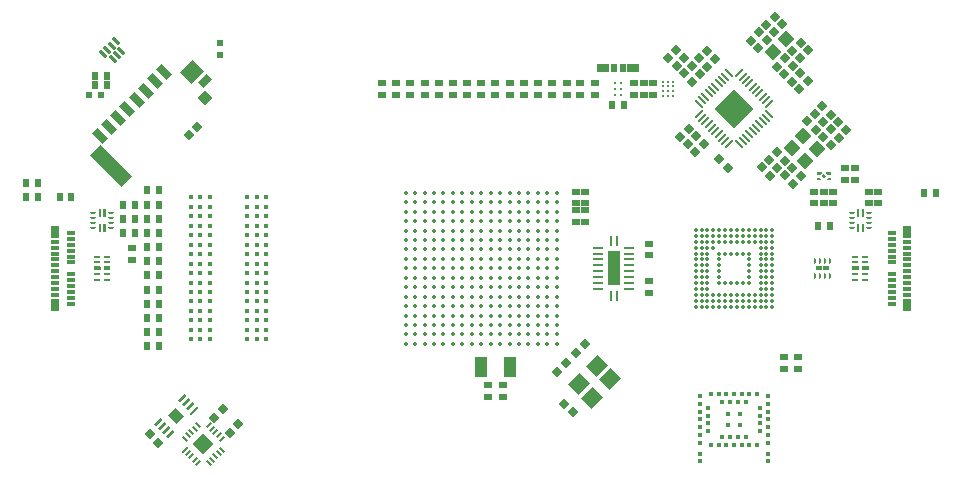
<source format=gbr>
%TF.GenerationSoftware,Altium Limited,Altium Designer,23.1.1 (15)*%
G04 Layer_Color=8421504*
%FSLAX45Y45*%
%MOMM*%
%TF.SameCoordinates,3FBC52AE-4862-4018-B763-16E4B67C7164*%
%TF.FilePolarity,Positive*%
%TF.FileFunction,Paste,Top*%
%TF.Part,Single*%
G01*
G75*
%TA.AperFunction,SMDPad,CuDef*%
G04:AMPARAMS|DCode=11|XSize=0.64008mm|YSize=0.6mm|CornerRadius=0mm|HoleSize=0mm|Usage=FLASHONLY|Rotation=225.000|XOffset=0mm|YOffset=0mm|HoleType=Round|Shape=Rectangle|*
%AMROTATEDRECTD11*
4,1,4,0.01417,0.43843,0.43843,0.01417,-0.01417,-0.43843,-0.43843,-0.01417,0.01417,0.43843,0.0*
%
%ADD11ROTATEDRECTD11*%

G04:AMPARAMS|DCode=12|XSize=0.64008mm|YSize=0.6mm|CornerRadius=0mm|HoleSize=0mm|Usage=FLASHONLY|Rotation=315.000|XOffset=0mm|YOffset=0mm|HoleType=Round|Shape=Rectangle|*
%AMROTATEDRECTD12*
4,1,4,-0.43843,0.01417,-0.01417,0.43843,0.43843,-0.01417,0.01417,-0.43843,-0.43843,0.01417,0.0*
%
%ADD12ROTATEDRECTD12*%

%ADD13P,1.41421X4X90.0*%
%ADD14P,1.41421X4X180.0*%
%TA.AperFunction,ConnectorPad*%
%ADD15R,0.70000X1.00000*%
%ADD16R,0.70000X0.30000*%
%TA.AperFunction,SMDPad,CuDef*%
%ADD17R,0.70000X1.00000*%
%ADD18R,0.70000X0.30000*%
%TA.AperFunction,BGAPad,CuDef*%
%ADD19R,0.35000X0.35000*%
%TA.AperFunction,SMDPad,CuDef*%
%ADD20R,0.42000X0.42000*%
%ADD21R,0.24000X0.90000*%
%ADD22R,1.00000X2.90000*%
%ADD23R,0.90000X0.24000*%
%TA.AperFunction,BGAPad,CuDef*%
%ADD24C,0.41000*%
%ADD25C,0.35000*%
%TA.AperFunction,SMDPad,CuDef*%
G04:AMPARAMS|DCode=27|XSize=0.86107mm|YSize=0.23928mm|CornerRadius=0.11964mm|HoleSize=0mm|Usage=FLASHONLY|Rotation=225.000|XOffset=0mm|YOffset=0mm|HoleType=Round|Shape=RoundedRectangle|*
%AMROUNDEDRECTD27*
21,1,0.86107,0.00000,0,0,225.0*
21,1,0.62178,0.23928,0,0,225.0*
1,1,0.23928,-0.21983,-0.21983*
1,1,0.23928,0.21983,0.21983*
1,1,0.23928,0.21983,0.21983*
1,1,0.23928,-0.21983,-0.21983*
%
%ADD27ROUNDEDRECTD27*%
G04:AMPARAMS|DCode=28|XSize=0.86107mm|YSize=0.23928mm|CornerRadius=0mm|HoleSize=0mm|Usage=FLASHONLY|Rotation=225.000|XOffset=0mm|YOffset=0mm|HoleType=Round|Shape=Rectangle|*
%AMROTATEDRECTD28*
4,1,4,0.21983,0.38903,0.38903,0.21983,-0.21983,-0.38903,-0.38903,-0.21983,0.21983,0.38903,0.0*
%
%ADD28ROTATEDRECTD28*%

%ADD29R,0.60000X0.50000*%
%ADD30R,0.50000X0.60000*%
G04:AMPARAMS|DCode=33|XSize=1.2mm|YSize=1.4mm|CornerRadius=0mm|HoleSize=0mm|Usage=FLASHONLY|Rotation=135.000|XOffset=0mm|YOffset=0mm|HoleType=Round|Shape=Rectangle|*
%AMROTATEDRECTD33*
4,1,4,0.91924,0.07071,-0.07071,-0.91924,-0.91924,-0.07071,0.07071,0.91924,0.91924,0.07071,0.0*
%
%ADD33ROTATEDRECTD33*%

%ADD34R,0.64008X0.60000*%
%TA.AperFunction,BGAPad,CuDef*%
%ADD35C,0.25500*%
%ADD36C,0.22100*%
%TA.AperFunction,SMDPad,CuDef*%
%ADD37R,0.60000X0.64008*%
G04:AMPARAMS|DCode=38|XSize=0.2mm|YSize=0.5mm|CornerRadius=0.05mm|HoleSize=0mm|Usage=FLASHONLY|Rotation=0.000|XOffset=0mm|YOffset=0mm|HoleType=Round|Shape=RoundedRectangle|*
%AMROUNDEDRECTD38*
21,1,0.20000,0.40000,0,0,0.0*
21,1,0.10000,0.50000,0,0,0.0*
1,1,0.10000,0.05000,-0.20000*
1,1,0.10000,-0.05000,-0.20000*
1,1,0.10000,-0.05000,0.20000*
1,1,0.10000,0.05000,0.20000*
%
%ADD38ROUNDEDRECTD38*%
G04:AMPARAMS|DCode=40|XSize=0.565mm|YSize=0.2mm|CornerRadius=0.025mm|HoleSize=0mm|Usage=FLASHONLY|Rotation=180.000|XOffset=0mm|YOffset=0mm|HoleType=Round|Shape=RoundedRectangle|*
%AMROUNDEDRECTD40*
21,1,0.56500,0.15000,0,0,180.0*
21,1,0.51500,0.20000,0,0,180.0*
1,1,0.05000,-0.25750,0.07500*
1,1,0.05000,0.25750,0.07500*
1,1,0.05000,0.25750,-0.07500*
1,1,0.05000,-0.25750,-0.07500*
%
%ADD40ROUNDEDRECTD40*%
G04:AMPARAMS|DCode=43|XSize=0.84mm|YSize=0.22mm|CornerRadius=0.0275mm|HoleSize=0mm|Usage=FLASHONLY|Rotation=45.000|XOffset=0mm|YOffset=0mm|HoleType=Round|Shape=RoundedRectangle|*
%AMROUNDEDRECTD43*
21,1,0.84000,0.16500,0,0,45.0*
21,1,0.78500,0.22000,0,0,45.0*
1,1,0.05500,0.33588,0.21920*
1,1,0.05500,-0.21920,-0.33588*
1,1,0.05500,-0.33588,-0.21920*
1,1,0.05500,0.21920,0.33588*
%
%ADD43ROUNDEDRECTD43*%
G04:AMPARAMS|DCode=44|XSize=0.84mm|YSize=0.22mm|CornerRadius=0.0275mm|HoleSize=0mm|Usage=FLASHONLY|Rotation=135.000|XOffset=0mm|YOffset=0mm|HoleType=Round|Shape=RoundedRectangle|*
%AMROUNDEDRECTD44*
21,1,0.84000,0.16500,0,0,135.0*
21,1,0.78500,0.22000,0,0,135.0*
1,1,0.05500,-0.21920,0.33588*
1,1,0.05500,0.33588,-0.21920*
1,1,0.05500,0.21920,-0.33588*
1,1,0.05500,-0.33588,0.21920*
%
%ADD44ROUNDEDRECTD44*%
G04:AMPARAMS|DCode=45|XSize=0.19247mm|YSize=0.63107mm|CornerRadius=0.09624mm|HoleSize=0mm|Usage=FLASHONLY|Rotation=45.000|XOffset=0mm|YOffset=0mm|HoleType=Round|Shape=RoundedRectangle|*
%AMROUNDEDRECTD45*
21,1,0.19247,0.43859,0,0,45.0*
21,1,0.00000,0.63107,0,0,45.0*
1,1,0.19247,0.15507,-0.15506*
1,1,0.19247,0.15506,-0.15507*
1,1,0.19247,-0.15507,0.15506*
1,1,0.19247,-0.15506,0.15507*
%
%ADD45ROUNDEDRECTD45*%
G04:AMPARAMS|DCode=46|XSize=0.63107mm|YSize=0.19247mm|CornerRadius=0.09624mm|HoleSize=0mm|Usage=FLASHONLY|Rotation=45.000|XOffset=0mm|YOffset=0mm|HoleType=Round|Shape=RoundedRectangle|*
%AMROUNDEDRECTD46*
21,1,0.63107,0.00000,0,0,45.0*
21,1,0.43859,0.19247,0,0,45.0*
1,1,0.19247,0.15507,0.15506*
1,1,0.19247,-0.15506,-0.15507*
1,1,0.19247,-0.15507,-0.15506*
1,1,0.19247,0.15506,0.15507*
%
%ADD46ROUNDEDRECTD46*%
G04:AMPARAMS|DCode=47|XSize=0.63107mm|YSize=0.19247mm|CornerRadius=0mm|HoleSize=0mm|Usage=FLASHONLY|Rotation=45.000|XOffset=0mm|YOffset=0mm|HoleType=Round|Shape=Rectangle|*
%AMROTATEDRECTD47*
4,1,4,-0.15506,-0.29117,-0.29117,-0.15506,0.15506,0.29117,0.29117,0.15506,-0.15506,-0.29117,0.0*
%
%ADD47ROTATEDRECTD47*%

G04:AMPARAMS|DCode=49|XSize=0.95mm|YSize=0.85mm|CornerRadius=0mm|HoleSize=0mm|Usage=FLASHONLY|Rotation=45.000|XOffset=0mm|YOffset=0mm|HoleType=Round|Shape=Rectangle|*
%AMROTATEDRECTD49*
4,1,4,-0.03535,-0.63640,-0.63640,-0.03535,0.03535,0.63640,0.63640,0.03535,-0.03535,-0.63640,0.0*
%
%ADD49ROTATEDRECTD49*%

G04:AMPARAMS|DCode=50|XSize=1mm|YSize=0.6mm|CornerRadius=0mm|HoleSize=0mm|Usage=FLASHONLY|Rotation=45.000|XOffset=0mm|YOffset=0mm|HoleType=Round|Shape=Rectangle|*
%AMROTATEDRECTD50*
4,1,4,-0.14142,-0.56569,-0.56569,-0.14142,0.14142,0.56569,0.56569,0.14142,-0.14142,-0.56569,0.0*
%
%ADD50ROTATEDRECTD50*%

G04:AMPARAMS|DCode=51|XSize=1.45mm|YSize=1.4mm|CornerRadius=0mm|HoleSize=0mm|Usage=FLASHONLY|Rotation=45.000|XOffset=0mm|YOffset=0mm|HoleType=Round|Shape=Rectangle|*
%AMROTATEDRECTD51*
4,1,4,-0.01768,-1.00763,-1.00763,-0.01768,0.01768,1.00763,1.00763,0.01768,-0.01768,-1.00763,0.0*
%
%ADD51ROTATEDRECTD51*%

G04:AMPARAMS|DCode=52|XSize=1.2mm|YSize=3.79mm|CornerRadius=0mm|HoleSize=0mm|Usage=FLASHONLY|Rotation=45.000|XOffset=0mm|YOffset=0mm|HoleType=Round|Shape=Rectangle|*
%AMROTATEDRECTD52*
4,1,4,0.91570,-1.76423,-1.76423,0.91570,-0.91570,1.76423,1.76423,-0.91570,0.91570,-1.76423,0.0*
%
%ADD52ROTATEDRECTD52*%

G04:AMPARAMS|DCode=53|XSize=0.6mm|YSize=1.25mm|CornerRadius=0mm|HoleSize=0mm|Usage=FLASHONLY|Rotation=225.000|XOffset=0mm|YOffset=0mm|HoleType=Round|Shape=Rectangle|*
%AMROTATEDRECTD53*
4,1,4,-0.22981,0.65407,0.65407,-0.22981,0.22981,-0.65407,-0.65407,0.22981,-0.22981,0.65407,0.0*
%
%ADD53ROTATEDRECTD53*%

G04:AMPARAMS|DCode=54|XSize=0.74mm|YSize=0.26mm|CornerRadius=0mm|HoleSize=0mm|Usage=FLASHONLY|Rotation=315.000|XOffset=0mm|YOffset=0mm|HoleType=Round|Shape=Rectangle|*
%AMROTATEDRECTD54*
4,1,4,-0.35356,0.16971,-0.16971,0.35356,0.35356,-0.16971,0.16971,-0.35356,-0.35356,0.16971,0.0*
%
%ADD54ROTATEDRECTD54*%

%ADD55R,1.00000X1.80000*%
%ADD56R,1.05000X0.70000*%
%ADD57R,0.52000X0.70000*%
G04:AMPARAMS|DCode=58|XSize=0.5mm|YSize=0.2mm|CornerRadius=0.05mm|HoleSize=0mm|Usage=FLASHONLY|Rotation=180.000|XOffset=0mm|YOffset=0mm|HoleType=Round|Shape=RoundedRectangle|*
%AMROUNDEDRECTD58*
21,1,0.50000,0.10000,0,0,180.0*
21,1,0.40000,0.20000,0,0,180.0*
1,1,0.10000,-0.20000,0.05000*
1,1,0.10000,0.20000,0.05000*
1,1,0.10000,0.20000,-0.05000*
1,1,0.10000,-0.20000,-0.05000*
%
%ADD58ROUNDEDRECTD58*%
%TA.AperFunction,NonConductor*%
G04:AMPARAMS|DCode=99|XSize=0.85184mm|YSize=1.05184mm|CornerRadius=0mm|HoleSize=0mm|Usage=FLASHONLY|Rotation=225.000|XOffset=0mm|YOffset=0mm|HoleType=Round|Shape=Rectangle|*
%AMROTATEDRECTD99*
4,1,4,-0.07071,0.67305,0.67305,-0.07071,0.07071,-0.67305,-0.67305,0.07071,-0.07071,0.67305,0.0*
%
%ADD99ROTATEDRECTD99*%

%ADD100P,0.33941X4X180.0*%
%ADD101R,0.50000X0.30000*%
%ADD102P,1.74413X4X90.0*%
%TA.AperFunction,SMDPad,CuDef*%
%ADD103P,3.30926X4X90.0*%
G36*
X9702362Y6049097D02*
X9686362Y6033097D01*
X9665361D01*
X9664367Y6033097D01*
X9662529Y6033858D01*
X9661123Y6035265D01*
X9660361Y6037102D01*
Y6038097D01*
X9660362D01*
Y6050097D01*
Y6051092D01*
X9661123Y6052929D01*
X9662529Y6054336D01*
X9664367Y6055097D01*
X9665361D01*
X9665362Y6055097D01*
X9702362D01*
Y6049097D01*
D02*
G37*
G36*
X9702366Y5991094D02*
Y5985094D01*
X9665366Y5985094D01*
X9664371D01*
X9662533Y5985855D01*
X9661127Y5987262D01*
X9660366Y5989099D01*
Y5990094D01*
Y6002094D01*
X9660365D01*
Y6003089D01*
X9661127Y6004926D01*
X9662533Y6006333D01*
X9664371Y6007094D01*
X9665365Y6007094D01*
X9686366Y6007094D01*
X9702366Y5991094D01*
D02*
G37*
G36*
X3637830Y5742736D02*
X3639237Y5741330D01*
X3639998Y5739492D01*
Y5738498D01*
Y5681498D01*
Y5680503D01*
X3639237Y5678665D01*
X3637830Y5677259D01*
X3635992Y5676498D01*
X3624003D01*
X3622165Y5677259D01*
X3620759Y5678665D01*
X3619998Y5680503D01*
Y5681498D01*
Y5738498D01*
Y5739492D01*
X3620759Y5741330D01*
X3622165Y5742736D01*
X3624003Y5743498D01*
X3635992D01*
X3637830Y5742736D01*
D02*
G37*
G36*
X3597830D02*
X3599237Y5741330D01*
X3599998Y5739492D01*
Y5738498D01*
Y5681498D01*
Y5680503D01*
X3599237Y5678665D01*
X3597830Y5677259D01*
X3595992Y5676498D01*
X3584003D01*
X3582166Y5677259D01*
X3580759Y5678665D01*
X3579998Y5680503D01*
Y5681498D01*
Y5738498D01*
Y5739492D01*
X3580759Y5741330D01*
X3582166Y5742736D01*
X3584003Y5743498D01*
X3595992D01*
X3597830Y5742736D01*
D02*
G37*
G36*
X3637830Y5612736D02*
X3639237Y5611330D01*
X3639998Y5609492D01*
Y5608498D01*
Y5551498D01*
Y5550503D01*
X3639237Y5548665D01*
X3637830Y5547259D01*
X3635992Y5546498D01*
X3624003D01*
X3622165Y5547259D01*
X3620759Y5548665D01*
X3619998Y5550503D01*
Y5551498D01*
Y5608498D01*
Y5609492D01*
X3620759Y5611330D01*
X3622165Y5612736D01*
X3624003Y5613498D01*
X3635992D01*
X3637830Y5612736D01*
D02*
G37*
G36*
X3597830D02*
X3599237Y5611330D01*
X3599998Y5609492D01*
Y5608498D01*
Y5551498D01*
Y5550503D01*
X3599237Y5548665D01*
X3597830Y5547259D01*
X3595992Y5546498D01*
X3584003D01*
X3582166Y5547259D01*
X3580759Y5548665D01*
X3579998Y5550503D01*
Y5551498D01*
Y5608498D01*
Y5609492D01*
X3580759Y5611330D01*
X3582166Y5612736D01*
X3584003Y5613498D01*
X3595992D01*
X3597830Y5612736D01*
D02*
G37*
G36*
X3675798Y5257900D02*
X3675998D01*
X3676298Y5257800D01*
X3676498D01*
X3676798Y5257700D01*
X3676998Y5257600D01*
X3677298Y5257500D01*
X3677498Y5257300D01*
X3677698Y5257200D01*
X3677898Y5257000D01*
X3678098Y5256900D01*
X3678298Y5256700D01*
X3678498Y5256500D01*
X3678698Y5256300D01*
X3678898Y5256100D01*
X3678998Y5255900D01*
X3679198Y5255700D01*
X3679298Y5255500D01*
X3679498Y5255300D01*
X3679598Y5255000D01*
X3679698Y5254800D01*
X3679798Y5254500D01*
Y5254300D01*
X3679898Y5254000D01*
Y5253800D01*
X3679998Y5253500D01*
Y5253300D01*
Y5253000D01*
Y5227000D01*
Y5226700D01*
Y5226500D01*
X3679898Y5226200D01*
Y5226000D01*
X3679798Y5225700D01*
Y5225500D01*
X3679698Y5225200D01*
X3679598Y5225000D01*
X3679498Y5224700D01*
X3679298Y5224500D01*
X3679198Y5224300D01*
X3678998Y5224100D01*
X3678898Y5223900D01*
X3678698Y5223700D01*
X3678498Y5223500D01*
X3678298Y5223300D01*
X3678098Y5223100D01*
X3677898Y5223000D01*
X3677698Y5222800D01*
X3677498Y5222700D01*
X3677298Y5222500D01*
X3676998Y5222400D01*
X3676798Y5222300D01*
X3676498Y5222200D01*
X3676298D01*
X3675998Y5222100D01*
X3675798D01*
X3675498Y5222000D01*
X3627998D01*
X3627698Y5222100D01*
X3627498D01*
X3627198Y5222200D01*
X3626998D01*
X3626698Y5222300D01*
X3626498Y5222400D01*
X3626198Y5222500D01*
X3625998Y5222700D01*
X3625798Y5222800D01*
X3625598Y5223000D01*
X3625398Y5223100D01*
X3625198Y5223300D01*
X3624998Y5223500D01*
X3624798Y5223700D01*
X3624598Y5223900D01*
X3624498Y5224100D01*
X3624298Y5224300D01*
X3624198Y5224500D01*
X3623998Y5224700D01*
X3623898Y5225000D01*
X3623798Y5225200D01*
X3623698Y5225500D01*
Y5225700D01*
X3623598Y5226000D01*
Y5226200D01*
X3623498Y5226500D01*
Y5226700D01*
Y5227000D01*
Y5253000D01*
Y5253300D01*
Y5253500D01*
X3623598Y5253800D01*
Y5254000D01*
X3623698Y5254300D01*
Y5254500D01*
X3623798Y5254800D01*
X3623898Y5255000D01*
X3623998Y5255300D01*
X3624198Y5255500D01*
X3624298Y5255700D01*
X3624498Y5255900D01*
X3624598Y5256100D01*
X3624798Y5256300D01*
X3624998Y5256500D01*
X3625198Y5256700D01*
X3625398Y5256900D01*
X3625598Y5257000D01*
X3625798Y5257200D01*
X3625998Y5257300D01*
X3626198Y5257500D01*
X3626498Y5257600D01*
X3626698Y5257700D01*
X3626998Y5257800D01*
X3627198D01*
X3627498Y5257900D01*
X3627698D01*
X3627998Y5258000D01*
X3675498D01*
X3675798Y5257900D01*
D02*
G37*
G36*
X3592298D02*
X3592498D01*
X3592798Y5257800D01*
X3592998D01*
X3593298Y5257700D01*
X3593498Y5257600D01*
X3593798Y5257500D01*
X3593998Y5257300D01*
X3594198Y5257200D01*
X3594398Y5257000D01*
X3594598Y5256900D01*
X3594798Y5256700D01*
X3594998Y5256500D01*
X3595198Y5256300D01*
X3595398Y5256100D01*
X3595498Y5255900D01*
X3595698Y5255700D01*
X3595798Y5255500D01*
X3595998Y5255300D01*
X3596098Y5255000D01*
X3596198Y5254800D01*
X3596298Y5254500D01*
Y5254300D01*
X3596398Y5254000D01*
Y5253800D01*
X3596498Y5253500D01*
Y5253300D01*
Y5253000D01*
Y5227000D01*
Y5226700D01*
Y5226500D01*
X3596398Y5226200D01*
Y5226000D01*
X3596298Y5225700D01*
Y5225500D01*
X3596198Y5225200D01*
X3596098Y5225000D01*
X3595998Y5224700D01*
X3595798Y5224500D01*
X3595698Y5224300D01*
X3595498Y5224100D01*
X3595398Y5223900D01*
X3595198Y5223700D01*
X3594998Y5223500D01*
X3594798Y5223300D01*
X3594598Y5223100D01*
X3594398Y5223000D01*
X3594198Y5222800D01*
X3593998Y5222700D01*
X3593798Y5222500D01*
X3593498Y5222400D01*
X3593298Y5222300D01*
X3592998Y5222200D01*
X3592798D01*
X3592498Y5222100D01*
X3592298D01*
X3591998Y5222000D01*
X3544498D01*
X3544198Y5222100D01*
X3543998D01*
X3543698Y5222200D01*
X3543498D01*
X3543198Y5222300D01*
X3542998Y5222400D01*
X3542698Y5222500D01*
X3542498Y5222700D01*
X3542298Y5222800D01*
X3542098Y5223000D01*
X3541898Y5223100D01*
X3541698Y5223300D01*
X3541498Y5223500D01*
X3541298Y5223700D01*
X3541098Y5223900D01*
X3540998Y5224100D01*
X3540798Y5224300D01*
X3540698Y5224500D01*
X3540498Y5224700D01*
X3540398Y5225000D01*
X3540298Y5225200D01*
X3540198Y5225500D01*
Y5225700D01*
X3540098Y5226000D01*
Y5226200D01*
X3539998Y5226500D01*
Y5226700D01*
Y5227000D01*
Y5253000D01*
Y5253300D01*
Y5253500D01*
X3540098Y5253800D01*
Y5254000D01*
X3540198Y5254300D01*
Y5254500D01*
X3540298Y5254800D01*
X3540398Y5255000D01*
X3540498Y5255300D01*
X3540698Y5255500D01*
X3540798Y5255700D01*
X3540998Y5255900D01*
X3541098Y5256100D01*
X3541298Y5256300D01*
X3541498Y5256500D01*
X3541698Y5256700D01*
X3541898Y5256900D01*
X3542098Y5257000D01*
X3542298Y5257200D01*
X3542498Y5257300D01*
X3542698Y5257500D01*
X3542998Y5257600D01*
X3543198Y5257700D01*
X3543498Y5257800D01*
X3543698D01*
X3543998Y5257900D01*
X3544198D01*
X3544498Y5258000D01*
X3591998D01*
X3592298Y5257900D01*
D02*
G37*
G36*
X9964200Y5222100D02*
X9964000D01*
X9963700Y5222200D01*
X9963500D01*
X9963200Y5222300D01*
X9963000Y5222400D01*
X9962700Y5222500D01*
X9962500Y5222700D01*
X9962300Y5222800D01*
X9962100Y5223000D01*
X9961900Y5223100D01*
X9961700Y5223300D01*
X9961500Y5223500D01*
X9961300Y5223700D01*
X9961100Y5223900D01*
X9961000Y5224100D01*
X9960800Y5224300D01*
X9960700Y5224500D01*
X9960500Y5224700D01*
X9960400Y5225000D01*
X9960300Y5225200D01*
X9960200Y5225500D01*
Y5225700D01*
X9960100Y5226000D01*
Y5226200D01*
X9960000Y5226500D01*
Y5226700D01*
Y5227000D01*
Y5253000D01*
Y5253300D01*
Y5253500D01*
X9960100Y5253800D01*
Y5254000D01*
X9960200Y5254300D01*
Y5254500D01*
X9960300Y5254800D01*
X9960400Y5255000D01*
X9960500Y5255300D01*
X9960700Y5255500D01*
X9960800Y5255700D01*
X9961000Y5255900D01*
X9961100Y5256100D01*
X9961300Y5256300D01*
X9961500Y5256500D01*
X9961700Y5256700D01*
X9961900Y5256900D01*
X9962100Y5257000D01*
X9962300Y5257200D01*
X9962500Y5257300D01*
X9962700Y5257500D01*
X9963000Y5257600D01*
X9963200Y5257700D01*
X9963500Y5257800D01*
X9963700D01*
X9964000Y5257900D01*
X9964200D01*
X9964500Y5258000D01*
X10012000D01*
X10012300Y5257900D01*
X10012500D01*
X10012800Y5257800D01*
X10013000D01*
X10013300Y5257700D01*
X10013500Y5257600D01*
X10013800Y5257500D01*
X10014000Y5257300D01*
X10014200Y5257200D01*
X10014400Y5257000D01*
X10014600Y5256900D01*
X10014800Y5256700D01*
X10015000Y5256500D01*
X10015200Y5256300D01*
X10015400Y5256100D01*
X10015500Y5255900D01*
X10015700Y5255700D01*
X10015800Y5255500D01*
X10016000Y5255300D01*
X10016100Y5255000D01*
X10016200Y5254800D01*
X10016300Y5254500D01*
Y5254300D01*
X10016400Y5254000D01*
Y5253800D01*
X10016500Y5253500D01*
Y5253300D01*
Y5253000D01*
Y5227000D01*
Y5226700D01*
Y5226500D01*
X10016400Y5226200D01*
Y5226000D01*
X10016300Y5225700D01*
Y5225500D01*
X10016200Y5225200D01*
X10016100Y5225000D01*
X10016000Y5224700D01*
X10015800Y5224500D01*
X10015700Y5224300D01*
X10015500Y5224100D01*
X10015400Y5223900D01*
X10015200Y5223700D01*
X10015000Y5223500D01*
X10014800Y5223300D01*
X10014600Y5223100D01*
X10014400Y5223000D01*
X10014200Y5222800D01*
X10014000Y5222700D01*
X10013800Y5222500D01*
X10013500Y5222400D01*
X10013300Y5222300D01*
X10013000Y5222200D01*
X10012800D01*
X10012500Y5222100D01*
X10012300D01*
X10012000Y5222000D01*
X9964500D01*
X9964200Y5222100D01*
D02*
G37*
G36*
X10047700D02*
X10047500D01*
X10047200Y5222200D01*
X10047000D01*
X10046700Y5222300D01*
X10046500Y5222400D01*
X10046200Y5222500D01*
X10046000Y5222700D01*
X10045800Y5222800D01*
X10045600Y5223000D01*
X10045400Y5223100D01*
X10045200Y5223300D01*
X10045000Y5223500D01*
X10044800Y5223700D01*
X10044600Y5223900D01*
X10044500Y5224100D01*
X10044300Y5224300D01*
X10044200Y5224500D01*
X10044000Y5224700D01*
X10043900Y5225000D01*
X10043800Y5225200D01*
X10043700Y5225500D01*
Y5225700D01*
X10043600Y5226000D01*
Y5226200D01*
X10043500Y5226500D01*
Y5226700D01*
Y5227000D01*
Y5253000D01*
Y5253300D01*
Y5253500D01*
X10043600Y5253800D01*
Y5254000D01*
X10043700Y5254300D01*
Y5254500D01*
X10043800Y5254800D01*
X10043900Y5255000D01*
X10044000Y5255300D01*
X10044200Y5255500D01*
X10044300Y5255700D01*
X10044500Y5255900D01*
X10044600Y5256100D01*
X10044800Y5256300D01*
X10045000Y5256500D01*
X10045200Y5256700D01*
X10045400Y5256900D01*
X10045600Y5257000D01*
X10045800Y5257200D01*
X10046000Y5257300D01*
X10046200Y5257500D01*
X10046500Y5257600D01*
X10046700Y5257700D01*
X10047000Y5257800D01*
X10047200D01*
X10047500Y5257900D01*
X10047700D01*
X10048000Y5258000D01*
X10095500D01*
X10095800Y5257900D01*
X10096000D01*
X10096300Y5257800D01*
X10096500D01*
X10096800Y5257700D01*
X10097000Y5257600D01*
X10097300Y5257500D01*
X10097500Y5257300D01*
X10097700Y5257200D01*
X10097900Y5257000D01*
X10098100Y5256900D01*
X10098300Y5256700D01*
X10098500Y5256500D01*
X10098700Y5256300D01*
X10098900Y5256100D01*
X10099000Y5255900D01*
X10099200Y5255700D01*
X10099300Y5255500D01*
X10099500Y5255300D01*
X10099600Y5255000D01*
X10099700Y5254800D01*
X10099800Y5254500D01*
Y5254300D01*
X10099900Y5254000D01*
Y5253800D01*
X10100000Y5253500D01*
Y5253300D01*
Y5253000D01*
Y5227000D01*
Y5226700D01*
Y5226500D01*
X10099900Y5226200D01*
Y5226000D01*
X10099800Y5225700D01*
Y5225500D01*
X10099700Y5225200D01*
X10099600Y5225000D01*
X10099500Y5224700D01*
X10099300Y5224500D01*
X10099200Y5224300D01*
X10099000Y5224100D01*
X10098900Y5223900D01*
X10098700Y5223700D01*
X10098500Y5223500D01*
X10098300Y5223300D01*
X10098100Y5223100D01*
X10097900Y5223000D01*
X10097700Y5222800D01*
X10097500Y5222700D01*
X10097300Y5222500D01*
X10097000Y5222400D01*
X10096800Y5222300D01*
X10096500Y5222200D01*
X10096300D01*
X10096000Y5222100D01*
X10095800D01*
X10095500Y5222000D01*
X10048000D01*
X10047700Y5222100D01*
D02*
G37*
G36*
X10020000Y5608499D02*
Y5551499D01*
Y5550504D01*
X10019239Y5548667D01*
X10017832Y5547260D01*
X10015995Y5546499D01*
X10015000D01*
D01*
X10005000D01*
X10004006D01*
X10002168Y5547260D01*
X10000761Y5548667D01*
X10000000Y5550504D01*
Y5551499D01*
D01*
Y5608499D01*
Y5609493D01*
X10000761Y5611331D01*
X10002168Y5612738D01*
X10004006Y5613499D01*
X10005000D01*
D01*
X10015000D01*
X10015995D01*
X10017832Y5612738D01*
X10019239Y5611331D01*
X10020000Y5609493D01*
Y5608499D01*
D01*
D02*
G37*
G36*
X10045000Y5546499D02*
X10044006D01*
X10042168Y5547260D01*
X10040761Y5548667D01*
X10040000Y5550504D01*
Y5551499D01*
D01*
Y5608499D01*
Y5609493D01*
X10040761Y5611331D01*
X10042168Y5612738D01*
X10044006Y5613499D01*
X10045000D01*
D01*
X10055000D01*
X10055995D01*
X10057832Y5612738D01*
X10059239Y5611331D01*
X10060000Y5609493D01*
Y5608499D01*
D01*
Y5551499D01*
Y5550504D01*
X10059239Y5548667D01*
X10057832Y5547260D01*
X10055995Y5546499D01*
X10055000D01*
D01*
X10045000D01*
D02*
G37*
G36*
X10020000Y5681499D02*
Y5680504D01*
X10019239Y5678667D01*
X10017832Y5677260D01*
X10015995Y5676499D01*
X10015000D01*
D01*
X10005000D01*
X10004006D01*
X10002168Y5677260D01*
X10000761Y5678667D01*
X10000000Y5680504D01*
Y5681499D01*
D01*
Y5738499D01*
Y5739493D01*
X10000761Y5741331D01*
X10002168Y5742738D01*
X10004006Y5743499D01*
X10005000D01*
D01*
X10015000D01*
X10015995D01*
X10017832Y5742738D01*
X10019239Y5741331D01*
X10020000Y5739493D01*
Y5738499D01*
D01*
Y5681499D01*
D02*
G37*
G36*
X10060000D02*
Y5680504D01*
X10059239Y5678667D01*
X10057832Y5677260D01*
X10055995Y5676499D01*
X10055000D01*
D01*
X10045000D01*
X10044006D01*
X10042168Y5677260D01*
X10040761Y5678667D01*
X10040000Y5680504D01*
Y5681499D01*
D01*
Y5738499D01*
Y5739493D01*
X10040761Y5741331D01*
X10042168Y5742738D01*
X10044006Y5743499D01*
X10045000D01*
D01*
X10055000D01*
X10055995D01*
X10057832Y5742738D01*
X10059239Y5741331D01*
X10060000Y5739493D01*
Y5738499D01*
D01*
Y5681499D01*
D02*
G37*
G36*
X9780361Y5990097D02*
Y5989103D01*
X9779600Y5987265D01*
X9778194Y5985858D01*
X9776356Y5985097D01*
X9775361D01*
D01*
X9738362D01*
Y5991097D01*
X9754361Y6007097D01*
X9775361Y6007097D01*
X9776356Y6007097D01*
X9778194Y6006336D01*
X9779600Y6004929D01*
X9780362Y6003092D01*
X9780361Y6002097D01*
Y6002097D01*
X9780361Y5990097D01*
D02*
G37*
G36*
Y6050097D02*
Y6051092D01*
X9779600Y6052929D01*
X9778194Y6054336D01*
X9776356Y6055097D01*
X9775361D01*
Y6055097D01*
X9738362D01*
Y6049097D01*
X9754361Y6033097D01*
X9775361D01*
X9776356Y6033097D01*
X9778194Y6033858D01*
X9779600Y6035265D01*
X9780361Y6037102D01*
Y6038097D01*
D01*
X9780361Y6050097D01*
D02*
G37*
D11*
X9459680Y5956739D02*
D03*
X9388969Y6027449D02*
D03*
X8539565Y7016871D02*
D03*
X8468854Y7087581D02*
D03*
X9841026Y6479505D02*
D03*
X9911736Y6408795D02*
D03*
X7595447Y4024497D02*
D03*
X7524736Y4095207D02*
D03*
X8836900Y6163466D02*
D03*
X8907611Y6092755D02*
D03*
X8475557Y6952863D02*
D03*
X8404847Y7023573D02*
D03*
X9645001Y6547514D02*
D03*
X9715712Y6476804D02*
D03*
X9256953Y6159466D02*
D03*
X9327663Y6088755D02*
D03*
X9777018Y6415498D02*
D03*
X9847728Y6344787D02*
D03*
X9713010Y6351490D02*
D03*
X9783720Y6280779D02*
D03*
X9452977Y6091457D02*
D03*
X9523688Y6020747D02*
D03*
X8600871Y6955565D02*
D03*
X8671581Y6884855D02*
D03*
X8664879Y7019573D02*
D03*
X8735589Y6948863D02*
D03*
X9320961Y6223474D02*
D03*
X9391671Y6152763D02*
D03*
X9192945Y6095458D02*
D03*
X9263655Y6024747D02*
D03*
X9709009Y6611522D02*
D03*
X9779720Y6540812D02*
D03*
X9580993Y6483506D02*
D03*
X9651704Y6412796D02*
D03*
X8607574Y6820846D02*
D03*
X8536863Y6891557D02*
D03*
X8799598Y7012870D02*
D03*
X8728887Y7083581D02*
D03*
X4083008Y3764464D02*
D03*
X4012298Y3835175D02*
D03*
D12*
X9303660Y7371617D02*
D03*
X9232950Y7300906D02*
D03*
X8703585Y6295482D02*
D03*
X8632875Y6224772D02*
D03*
X8575569Y6423498D02*
D03*
X8504859Y6352788D02*
D03*
X4415049Y6435500D02*
D03*
X4344339Y6364789D02*
D03*
X4692382Y3848475D02*
D03*
X4763093Y3919185D02*
D03*
X7624749Y4524559D02*
D03*
X7695459Y4595270D02*
D03*
X7535440Y4435250D02*
D03*
X7464729Y4364540D02*
D03*
X9164941Y7104882D02*
D03*
X9235652Y7175592D02*
D03*
X9512985Y6756838D02*
D03*
X9583695Y6827549D02*
D03*
X9100933Y7168890D02*
D03*
X9171644Y7239600D02*
D03*
X9516985Y7016871D02*
D03*
X9587696Y7087581D02*
D03*
X9384969Y6884854D02*
D03*
X9455679Y6955565D02*
D03*
X8639578Y6359491D02*
D03*
X8568867Y6288780D02*
D03*
X9391672Y7019573D02*
D03*
X9320961Y6948863D02*
D03*
X9452977Y7080879D02*
D03*
X9523688Y7151589D02*
D03*
X9296958Y7236898D02*
D03*
X9367668Y7307609D02*
D03*
X9448977Y6820846D02*
D03*
X9519687Y6891557D02*
D03*
X4560366Y3976491D02*
D03*
X4631076Y4047201D02*
D03*
D13*
X9547779Y6360701D02*
D03*
X9660916Y6247564D02*
D03*
X9447766Y6260689D02*
D03*
X9560903Y6147552D02*
D03*
D14*
X9287746Y7071667D02*
D03*
X9400883Y7184804D02*
D03*
D15*
X3214998Y4930000D02*
D03*
Y5550000D02*
D03*
D16*
Y5465000D02*
D03*
Y5415000D02*
D03*
Y5365000D02*
D03*
Y5315000D02*
D03*
Y5265000D02*
D03*
Y5215000D02*
D03*
Y5165000D02*
D03*
Y5115000D02*
D03*
Y5065000D02*
D03*
Y5015000D02*
D03*
X3344998Y4940000D02*
D03*
Y4990000D02*
D03*
Y5040000D02*
D03*
Y5090000D02*
D03*
Y5140000D02*
D03*
Y5190000D02*
D03*
Y5290000D02*
D03*
Y5340000D02*
D03*
Y5390000D02*
D03*
Y5440000D02*
D03*
Y5490000D02*
D03*
Y5540000D02*
D03*
D17*
X10425000Y5550000D02*
D03*
Y4930000D02*
D03*
D18*
Y5015000D02*
D03*
Y5065000D02*
D03*
Y5115000D02*
D03*
Y5165000D02*
D03*
Y5215000D02*
D03*
Y5265000D02*
D03*
Y5315000D02*
D03*
Y5365000D02*
D03*
Y5415000D02*
D03*
Y5465000D02*
D03*
X10295000Y5540000D02*
D03*
Y5490000D02*
D03*
Y5440000D02*
D03*
Y5390000D02*
D03*
Y5340000D02*
D03*
Y5290000D02*
D03*
Y5190000D02*
D03*
Y5140000D02*
D03*
Y5090000D02*
D03*
Y5040000D02*
D03*
Y4990000D02*
D03*
Y4940000D02*
D03*
D19*
X9244000Y3606002D02*
D03*
Y3671002D02*
D03*
Y3765202D02*
D03*
Y3830202D02*
D03*
Y3895202D02*
D03*
Y3960202D02*
D03*
Y4025202D02*
D03*
Y4090202D02*
D03*
Y4155202D02*
D03*
X9179000Y3862702D02*
D03*
Y3927702D02*
D03*
Y3992702D02*
D03*
Y4057702D02*
D03*
X9155000Y4174002D02*
D03*
X9090000D02*
D03*
X9025000D02*
D03*
X8960000D02*
D03*
X8895000D02*
D03*
X8830000D02*
D03*
X8765000D02*
D03*
X9057500Y4109002D02*
D03*
X8992500D02*
D03*
X8927500D02*
D03*
X8862500D02*
D03*
X8676000Y4155202D02*
D03*
Y4090202D02*
D03*
Y4025202D02*
D03*
Y3960202D02*
D03*
Y3895202D02*
D03*
Y3830202D02*
D03*
Y3765202D02*
D03*
Y3671002D02*
D03*
Y3606002D02*
D03*
X8741000Y4057702D02*
D03*
Y3992702D02*
D03*
Y3927702D02*
D03*
Y3862702D02*
D03*
X8765000Y3746502D02*
D03*
X8830000D02*
D03*
X8895000D02*
D03*
X8960000D02*
D03*
X9025000D02*
D03*
X9090000D02*
D03*
X9155000D02*
D03*
X8862500Y3811502D02*
D03*
X8927500D02*
D03*
X8992500D02*
D03*
X9057500D02*
D03*
D20*
X9012000Y3915202D02*
D03*
Y4005202D02*
D03*
X8908000D02*
D03*
Y3915202D02*
D03*
D21*
X7915139Y5470000D02*
D03*
X7965139D02*
D03*
X7915139Y5010000D02*
D03*
X7965139D02*
D03*
D22*
X7940139Y5240000D02*
D03*
D23*
X7810139Y5065000D02*
D03*
Y5115000D02*
D03*
Y5165000D02*
D03*
Y5215000D02*
D03*
Y5265000D02*
D03*
Y5315000D02*
D03*
Y5365000D02*
D03*
Y5415000D02*
D03*
X8070139D02*
D03*
Y5365000D02*
D03*
Y5315000D02*
D03*
Y5265000D02*
D03*
Y5215000D02*
D03*
Y5165000D02*
D03*
Y5115000D02*
D03*
Y5065000D02*
D03*
D24*
X4359998Y5839999D02*
D03*
X4439998D02*
D03*
X4519998D02*
D03*
X4839998D02*
D03*
X4919998D02*
D03*
X4999998D02*
D03*
X4359998Y5760000D02*
D03*
X4439998D02*
D03*
X4519998D02*
D03*
X4839998D02*
D03*
X4919998D02*
D03*
X4999998D02*
D03*
X4359998Y5680000D02*
D03*
X4439998D02*
D03*
X4519998D02*
D03*
X4839998D02*
D03*
X4919998D02*
D03*
X4999998D02*
D03*
X4359998Y5600000D02*
D03*
X4439998D02*
D03*
X4519998D02*
D03*
X4839998D02*
D03*
X4919998D02*
D03*
X4999998D02*
D03*
X4359998Y5520000D02*
D03*
X4439998D02*
D03*
X4519998D02*
D03*
X4839998D02*
D03*
X4919998D02*
D03*
X4999998D02*
D03*
X4359998Y5440000D02*
D03*
X4439998D02*
D03*
X4519998D02*
D03*
X4839998D02*
D03*
X4919998D02*
D03*
X4999998D02*
D03*
X4359998Y5360000D02*
D03*
X4439998D02*
D03*
X4519998D02*
D03*
X4839998D02*
D03*
X4919998D02*
D03*
X4999998D02*
D03*
X4359998Y5280000D02*
D03*
X4439998D02*
D03*
X4519998D02*
D03*
X4839998D02*
D03*
X4919998D02*
D03*
X4999998D02*
D03*
X4359998Y5200000D02*
D03*
X4439998D02*
D03*
X4519998D02*
D03*
X4839998D02*
D03*
X4919998D02*
D03*
X4999998D02*
D03*
X4359998Y5120000D02*
D03*
X4439998D02*
D03*
X4519998D02*
D03*
X4839998D02*
D03*
X4919998D02*
D03*
X4999998D02*
D03*
X4359998Y5040000D02*
D03*
X4439998D02*
D03*
X4519998D02*
D03*
X4839998D02*
D03*
X4919998D02*
D03*
X4999998D02*
D03*
X4359998Y4960000D02*
D03*
X4439998D02*
D03*
X4519998D02*
D03*
X4839998D02*
D03*
X4919998D02*
D03*
X4999998D02*
D03*
X4359998Y4880000D02*
D03*
X4439998D02*
D03*
X4519998D02*
D03*
X4839998D02*
D03*
X4919998D02*
D03*
X4999998D02*
D03*
X4359998Y4800000D02*
D03*
X4439998D02*
D03*
X4519998D02*
D03*
X4839998D02*
D03*
X4919998D02*
D03*
X4999998D02*
D03*
X4359998Y4720000D02*
D03*
X4439998D02*
D03*
X4519998D02*
D03*
X4839998D02*
D03*
X4919998D02*
D03*
X4999998D02*
D03*
X4359998Y4640000D02*
D03*
X4439998D02*
D03*
X4519998D02*
D03*
X4839998D02*
D03*
X4919998D02*
D03*
X4999998D02*
D03*
D25*
X9285000Y4915000D02*
D03*
Y4965000D02*
D03*
Y5015000D02*
D03*
Y5065000D02*
D03*
Y5115000D02*
D03*
Y5165000D02*
D03*
Y5215000D02*
D03*
Y5265000D02*
D03*
Y5315000D02*
D03*
Y5365000D02*
D03*
Y5415000D02*
D03*
Y5465000D02*
D03*
Y5515000D02*
D03*
Y5565000D02*
D03*
X9235000Y4915000D02*
D03*
Y4965000D02*
D03*
Y5015000D02*
D03*
Y5065000D02*
D03*
Y5115000D02*
D03*
Y5165000D02*
D03*
Y5215000D02*
D03*
Y5265000D02*
D03*
Y5315000D02*
D03*
Y5365000D02*
D03*
Y5415000D02*
D03*
Y5465000D02*
D03*
Y5515000D02*
D03*
Y5565000D02*
D03*
X9185000Y4915000D02*
D03*
Y4965000D02*
D03*
Y5015000D02*
D03*
Y5065000D02*
D03*
Y5115000D02*
D03*
Y5165000D02*
D03*
Y5215000D02*
D03*
Y5265000D02*
D03*
Y5315000D02*
D03*
Y5365000D02*
D03*
Y5415000D02*
D03*
Y5465000D02*
D03*
Y5515000D02*
D03*
Y5565000D02*
D03*
X9135000Y4915000D02*
D03*
Y4965000D02*
D03*
Y5015000D02*
D03*
Y5465000D02*
D03*
Y5515000D02*
D03*
Y5565000D02*
D03*
X9085000Y4915000D02*
D03*
Y4965000D02*
D03*
Y5015000D02*
D03*
Y5115000D02*
D03*
Y5165000D02*
D03*
Y5215000D02*
D03*
Y5265000D02*
D03*
Y5315000D02*
D03*
Y5365000D02*
D03*
Y5465000D02*
D03*
Y5515000D02*
D03*
Y5565000D02*
D03*
X9035000Y4915000D02*
D03*
Y4965000D02*
D03*
Y5015000D02*
D03*
Y5115000D02*
D03*
Y5365000D02*
D03*
Y5465000D02*
D03*
Y5515000D02*
D03*
Y5565000D02*
D03*
X8985000Y4915000D02*
D03*
Y4965000D02*
D03*
Y5015000D02*
D03*
Y5115000D02*
D03*
Y5365000D02*
D03*
Y5465000D02*
D03*
Y5515000D02*
D03*
Y5565000D02*
D03*
X8935000Y4915000D02*
D03*
Y4965000D02*
D03*
Y5015000D02*
D03*
Y5115000D02*
D03*
Y5365000D02*
D03*
Y5465000D02*
D03*
Y5515000D02*
D03*
Y5565000D02*
D03*
X8885000Y4915000D02*
D03*
Y4965000D02*
D03*
Y5015000D02*
D03*
Y5115000D02*
D03*
Y5365000D02*
D03*
Y5465000D02*
D03*
Y5515000D02*
D03*
Y5565000D02*
D03*
X8835000Y4915000D02*
D03*
Y4965000D02*
D03*
Y5015000D02*
D03*
Y5115000D02*
D03*
Y5165000D02*
D03*
Y5215000D02*
D03*
Y5265000D02*
D03*
Y5315000D02*
D03*
Y5365000D02*
D03*
Y5465000D02*
D03*
Y5515000D02*
D03*
Y5565000D02*
D03*
X8785000Y4915000D02*
D03*
Y4965000D02*
D03*
Y5015000D02*
D03*
Y5415000D02*
D03*
Y5465000D02*
D03*
Y5515000D02*
D03*
Y5565000D02*
D03*
X8735000Y4915000D02*
D03*
Y4965000D02*
D03*
Y5015000D02*
D03*
Y5065000D02*
D03*
Y5115000D02*
D03*
Y5165000D02*
D03*
Y5215000D02*
D03*
Y5265000D02*
D03*
Y5315000D02*
D03*
Y5365000D02*
D03*
Y5415000D02*
D03*
Y5465000D02*
D03*
Y5515000D02*
D03*
Y5565000D02*
D03*
X8685000Y4915000D02*
D03*
Y4965000D02*
D03*
Y5015000D02*
D03*
Y5065000D02*
D03*
Y5115000D02*
D03*
Y5165000D02*
D03*
Y5215000D02*
D03*
Y5265000D02*
D03*
Y5315000D02*
D03*
Y5365000D02*
D03*
Y5415000D02*
D03*
Y5465000D02*
D03*
Y5515000D02*
D03*
Y5565000D02*
D03*
X8635000Y4915000D02*
D03*
Y4965000D02*
D03*
Y5015000D02*
D03*
Y5065000D02*
D03*
Y5115000D02*
D03*
Y5165000D02*
D03*
Y5215000D02*
D03*
Y5265000D02*
D03*
Y5315000D02*
D03*
Y5365000D02*
D03*
Y5415000D02*
D03*
Y5465000D02*
D03*
Y5515000D02*
D03*
Y5565000D02*
D03*
X7459999Y4600000D02*
D03*
X7379999D02*
D03*
X7299999D02*
D03*
X7219999D02*
D03*
X7139999D02*
D03*
X7059999D02*
D03*
X6979999D02*
D03*
X6899999D02*
D03*
X6819999D02*
D03*
X6739999D02*
D03*
X6659999D02*
D03*
X6579999D02*
D03*
X6499999D02*
D03*
X6419999D02*
D03*
X6339999D02*
D03*
X6259999D02*
D03*
X6179999D02*
D03*
X7459999Y4680000D02*
D03*
X7379999D02*
D03*
X7299999D02*
D03*
X7219999D02*
D03*
X7139999D02*
D03*
X7059999D02*
D03*
X6979999D02*
D03*
X6899999D02*
D03*
X6819999D02*
D03*
X6739999D02*
D03*
X6659999D02*
D03*
X6579999D02*
D03*
X6499999D02*
D03*
X6419999D02*
D03*
X6339999D02*
D03*
X6259999D02*
D03*
X6179999D02*
D03*
X7459999Y4760000D02*
D03*
X7379999D02*
D03*
X7139999D02*
D03*
X7059999D02*
D03*
X6979999D02*
D03*
X6899999D02*
D03*
X6819999D02*
D03*
X6739999D02*
D03*
X6659999D02*
D03*
X6579999D02*
D03*
X6499999D02*
D03*
X6419999D02*
D03*
X6339999D02*
D03*
X6259999D02*
D03*
X6179999D02*
D03*
X7459999Y4840000D02*
D03*
X7379999D02*
D03*
X7299999D02*
D03*
X7219999D02*
D03*
X7139999D02*
D03*
X7059999D02*
D03*
X6979999D02*
D03*
X6899999D02*
D03*
X6819999D02*
D03*
X6739999D02*
D03*
X6659999D02*
D03*
X6579999D02*
D03*
X6499999D02*
D03*
X6419999D02*
D03*
X6339999D02*
D03*
X6259999D02*
D03*
X6179999D02*
D03*
X7459999Y4920000D02*
D03*
X7379999D02*
D03*
X7299999D02*
D03*
X7219999D02*
D03*
X7139999D02*
D03*
X7059999D02*
D03*
X6979999D02*
D03*
X6899999D02*
D03*
X6819999D02*
D03*
X6739999D02*
D03*
X6659999D02*
D03*
X6499999D02*
D03*
X6419999D02*
D03*
X6339999D02*
D03*
X6259999D02*
D03*
X6179999D02*
D03*
X7459999Y5000000D02*
D03*
X7379999D02*
D03*
X7299999D02*
D03*
X7219999D02*
D03*
X7139999D02*
D03*
X7059999D02*
D03*
X6979999D02*
D03*
X6899999D02*
D03*
X6819999D02*
D03*
X6739999D02*
D03*
X6659999D02*
D03*
X6579999D02*
D03*
X6499999D02*
D03*
X6419999D02*
D03*
X6339999D02*
D03*
X6259999D02*
D03*
X6179999D02*
D03*
X7459999Y5080000D02*
D03*
X7379999D02*
D03*
X7299999D02*
D03*
X7219999D02*
D03*
X7139999D02*
D03*
X7059999D02*
D03*
X6979999D02*
D03*
X6899999D02*
D03*
X6819999D02*
D03*
X6739999D02*
D03*
X6659999D02*
D03*
X6579999D02*
D03*
X6499999D02*
D03*
X6419999D02*
D03*
X6339999D02*
D03*
X6259999D02*
D03*
X6179999D02*
D03*
X7459999Y5160000D02*
D03*
X7379999D02*
D03*
X7299999D02*
D03*
X7219999D02*
D03*
X7139999D02*
D03*
X7059999D02*
D03*
X6979999D02*
D03*
X6899999D02*
D03*
X6819999D02*
D03*
X6739999D02*
D03*
X6659999D02*
D03*
X6579999D02*
D03*
X6499999D02*
D03*
X6419999D02*
D03*
X6339999D02*
D03*
X6259999D02*
D03*
X6179999D02*
D03*
X7459999Y5240000D02*
D03*
X7379999D02*
D03*
X7299999D02*
D03*
X7219999D02*
D03*
X7139999D02*
D03*
X7059999D02*
D03*
X6979999D02*
D03*
X6899999D02*
D03*
X6819999D02*
D03*
X6739999D02*
D03*
X6659999D02*
D03*
X6579999D02*
D03*
X6499999D02*
D03*
X6419999D02*
D03*
X6339999D02*
D03*
X6259999D02*
D03*
X6179999D02*
D03*
X7459999Y5320000D02*
D03*
X7379999D02*
D03*
X7299999D02*
D03*
X7219999D02*
D03*
X7139999D02*
D03*
X7059999D02*
D03*
X6979999D02*
D03*
X6899999D02*
D03*
X6819999D02*
D03*
X6739999D02*
D03*
X6659999D02*
D03*
X6579999D02*
D03*
X6499999D02*
D03*
X6419999D02*
D03*
X6339999D02*
D03*
X6259999D02*
D03*
X6179999D02*
D03*
X7459999Y5400000D02*
D03*
X7379999D02*
D03*
X7299999D02*
D03*
X7219999D02*
D03*
X7139999D02*
D03*
X7059999D02*
D03*
X6979999D02*
D03*
X6899999D02*
D03*
X6819999D02*
D03*
X6739999D02*
D03*
X6659999D02*
D03*
X6579999D02*
D03*
X6499999D02*
D03*
X6419999D02*
D03*
X6339999D02*
D03*
X6259999D02*
D03*
X6179999D02*
D03*
X7459999Y5480000D02*
D03*
X7379999D02*
D03*
X7299999D02*
D03*
X7219999D02*
D03*
X7139999D02*
D03*
X7059999D02*
D03*
X6979999D02*
D03*
X6899999D02*
D03*
X6819999D02*
D03*
X6739999D02*
D03*
X6659999D02*
D03*
X6579999D02*
D03*
X6499999D02*
D03*
X6419999D02*
D03*
X6339999D02*
D03*
X6259999D02*
D03*
X6179999D02*
D03*
X7459999Y5560000D02*
D03*
X7379999D02*
D03*
X7299999D02*
D03*
X7219999D02*
D03*
X7139999D02*
D03*
X7059999D02*
D03*
X6979999D02*
D03*
X6899999D02*
D03*
X6819999D02*
D03*
X6739999D02*
D03*
X6659999D02*
D03*
X6579999D02*
D03*
X6499999D02*
D03*
X6419999D02*
D03*
X6339999D02*
D03*
X6259999D02*
D03*
X6179999D02*
D03*
X7459999Y5640000D02*
D03*
X7379999D02*
D03*
X7299999D02*
D03*
X7219999D02*
D03*
X7139999D02*
D03*
X7059999D02*
D03*
X6979999D02*
D03*
X6899999D02*
D03*
X6819999D02*
D03*
X6739999D02*
D03*
X6659999D02*
D03*
X6579999D02*
D03*
X6499999D02*
D03*
X6419999D02*
D03*
X6339999D02*
D03*
X6259999D02*
D03*
X6179999D02*
D03*
X7459999Y5720000D02*
D03*
X7379999D02*
D03*
X7299999D02*
D03*
X7219999D02*
D03*
X7139999D02*
D03*
X7059999D02*
D03*
X6979999D02*
D03*
X6899999D02*
D03*
X6819999D02*
D03*
X6739999D02*
D03*
X6659999D02*
D03*
X6579999D02*
D03*
X6499999D02*
D03*
X6419999D02*
D03*
X6339999D02*
D03*
X6259999D02*
D03*
X6179999D02*
D03*
X7459999Y5800000D02*
D03*
X7379999D02*
D03*
X7299999D02*
D03*
X7219999D02*
D03*
X7139999D02*
D03*
X7059999D02*
D03*
X6979999D02*
D03*
X6899999D02*
D03*
X6819999D02*
D03*
X6739999D02*
D03*
X6659999D02*
D03*
X6579999D02*
D03*
X6499999D02*
D03*
X6419999D02*
D03*
X6339999D02*
D03*
X6259999D02*
D03*
X6179999D02*
D03*
X7459999Y5880000D02*
D03*
X7379999D02*
D03*
X7299999D02*
D03*
X7219999D02*
D03*
X7139999D02*
D03*
X7059999D02*
D03*
X6979999D02*
D03*
X6899999D02*
D03*
X6819999D02*
D03*
X6739999D02*
D03*
X6659999D02*
D03*
X6579999D02*
D03*
X6499999D02*
D03*
X6419999D02*
D03*
X6339999D02*
D03*
X6259999D02*
D03*
X6179999D02*
D03*
X7219999Y4760000D02*
D03*
X7299999D02*
D03*
X6579999Y4920000D02*
D03*
D27*
X4187782Y3833438D02*
D03*
X4152426Y3868794D02*
D03*
X4117071Y3904149D02*
D03*
X4081716Y3939504D02*
D03*
X4283316Y4141105D02*
D03*
X4318672Y4105750D02*
D03*
X4354027Y4070394D02*
D03*
D28*
X4389382Y4035039D02*
D03*
D29*
X3601590Y6704183D02*
D03*
X3501591D02*
D03*
D30*
X4611723Y7050232D02*
D03*
Y7150232D02*
D03*
D33*
X7800596Y4414797D02*
D03*
X7913733Y4301660D02*
D03*
X7645033Y4259234D02*
D03*
X7758169Y4146097D02*
D03*
D34*
X9980394Y5990100D02*
D03*
Y6090100D02*
D03*
X6219924Y6710190D02*
D03*
Y6810190D02*
D03*
X7660104D02*
D03*
Y6710190D02*
D03*
X6579969Y6710933D02*
D03*
Y6810933D02*
D03*
X6699984Y6710933D02*
D03*
Y6810933D02*
D03*
X6339939Y6710933D02*
D03*
Y6810933D02*
D03*
X5979894Y6710190D02*
D03*
Y6810190D02*
D03*
X6459954Y6710190D02*
D03*
Y6810190D02*
D03*
X6099909Y6710190D02*
D03*
Y6810190D02*
D03*
X7060029Y6710933D02*
D03*
Y6810933D02*
D03*
X7420074Y6810190D02*
D03*
Y6710190D02*
D03*
X7180044Y6710933D02*
D03*
Y6810933D02*
D03*
X7544090Y6810190D02*
D03*
Y6710190D02*
D03*
X6819999D02*
D03*
Y6810190D02*
D03*
X7300059Y6710933D02*
D03*
Y6810933D02*
D03*
X6940014Y6710190D02*
D03*
Y6810190D02*
D03*
X3859629Y5410015D02*
D03*
Y5310015D02*
D03*
X7620099Y5790075D02*
D03*
Y5890075D02*
D03*
X8196171Y6810190D02*
D03*
Y6710190D02*
D03*
X8276181Y6810190D02*
D03*
Y6710190D02*
D03*
X10180419Y5790075D02*
D03*
Y5890075D02*
D03*
X9800372Y5790075D02*
D03*
Y5890075D02*
D03*
X10100409Y5790075D02*
D03*
Y5890075D02*
D03*
X7700109Y5790075D02*
D03*
Y5890075D02*
D03*
X9900384Y5990100D02*
D03*
Y6090100D02*
D03*
X8240177Y5450020D02*
D03*
Y5350020D02*
D03*
X7620099Y5730055D02*
D03*
Y5630055D02*
D03*
X7700109Y5730055D02*
D03*
Y5630055D02*
D03*
X8116161Y6710190D02*
D03*
Y6810189D02*
D03*
X7780119Y6810190D02*
D03*
Y6710190D02*
D03*
X8240177Y5029980D02*
D03*
Y5129979D02*
D03*
X6880007Y4249870D02*
D03*
Y4149870D02*
D03*
X7000022Y4249870D02*
D03*
Y4149870D02*
D03*
X9720362Y5790075D02*
D03*
Y5890074D02*
D03*
X9380319Y4389900D02*
D03*
Y4489899D02*
D03*
X9500334Y4489900D02*
D03*
Y4389900D02*
D03*
X9640352Y5890075D02*
D03*
Y5790075D02*
D03*
D35*
X8005144Y6810190D02*
D03*
Y6760190D02*
D03*
X7955144Y6810190D02*
D03*
Y6760190D02*
D03*
Y6710190D02*
D03*
X8005144D02*
D03*
D36*
X8440196Y6820190D02*
D03*
Y6780190D02*
D03*
X8400197D02*
D03*
X8440196Y6740190D02*
D03*
X8400197D02*
D03*
Y6820190D02*
D03*
X8360197Y6740190D02*
D03*
Y6780190D02*
D03*
Y6700190D02*
D03*
X8440196D02*
D03*
X8400197D02*
D03*
X8360197Y6820190D02*
D03*
D37*
X3069524Y5960090D02*
D03*
X2969524D02*
D03*
X3789627Y5660052D02*
D03*
X3889626D02*
D03*
X3789627Y5780067D02*
D03*
X3889626D02*
D03*
X3789627Y5540037D02*
D03*
X3889626D02*
D03*
X4089651Y5420022D02*
D03*
X3989652D02*
D03*
Y5300007D02*
D03*
X4089651D02*
D03*
Y5540037D02*
D03*
X3989652D02*
D03*
X8030144Y6620172D02*
D03*
X7930144D02*
D03*
X9770362Y5600045D02*
D03*
X9670362D02*
D03*
X10570474Y5880080D02*
D03*
X10670474D02*
D03*
X3349559Y5840075D02*
D03*
X3249559D02*
D03*
X3069524D02*
D03*
X2969524D02*
D03*
X4089652Y5660052D02*
D03*
X3989652D02*
D03*
X4089652Y5179992D02*
D03*
X3989652D02*
D03*
X4089652Y5900082D02*
D03*
X3989652D02*
D03*
X4089652Y4819947D02*
D03*
X3989652D02*
D03*
X4089652Y4699932D02*
D03*
X3989652D02*
D03*
X4089652Y4939962D02*
D03*
X3989652D02*
D03*
X4089652Y5059977D02*
D03*
X3989652D02*
D03*
X4089652Y4579917D02*
D03*
X3989652D02*
D03*
X4089652Y5780067D02*
D03*
X3989652D02*
D03*
X3653597Y6872204D02*
D03*
X3553597D02*
D03*
X3653597Y6792194D02*
D03*
X3553597D02*
D03*
D38*
X9768998Y5302500D02*
D03*
X9728998D02*
D03*
X9688998D02*
D03*
X9648998D02*
D03*
Y5177500D02*
D03*
X9688998D02*
D03*
X9728998D02*
D03*
X9768998D02*
D03*
D40*
X3568248Y5140000D02*
D03*
Y5190000D02*
D03*
Y5290000D02*
D03*
Y5340000D02*
D03*
X3651748D02*
D03*
Y5290000D02*
D03*
Y5190000D02*
D03*
Y5140000D02*
D03*
X9988250D02*
D03*
Y5190000D02*
D03*
Y5290000D02*
D03*
Y5340000D02*
D03*
X10071750D02*
D03*
Y5290000D02*
D03*
Y5190000D02*
D03*
Y5140000D02*
D03*
D43*
X9005608Y6890164D02*
D03*
X9033893Y6861879D02*
D03*
X9062177Y6833595D02*
D03*
X9090461Y6805311D02*
D03*
X9118745Y6777027D02*
D03*
X9147029Y6748742D02*
D03*
X9175314Y6720458D02*
D03*
X9203598Y6692174D02*
D03*
X9231882Y6663890D02*
D03*
X9260167Y6635605D02*
D03*
X8914391Y6289830D02*
D03*
X8886107Y6318115D02*
D03*
X8857823Y6346399D02*
D03*
X8829539Y6374683D02*
D03*
X8801254Y6402967D02*
D03*
X8772970Y6431252D02*
D03*
X8744686Y6459536D02*
D03*
X8716402Y6487820D02*
D03*
X8688117Y6516104D02*
D03*
X8659833Y6544388D02*
D03*
D44*
Y6635605D02*
D03*
X8688117Y6663890D02*
D03*
X8716402Y6692174D02*
D03*
X8744686Y6720458D02*
D03*
X8772970Y6748742D02*
D03*
X8801254Y6777027D02*
D03*
X8829539Y6805311D02*
D03*
X8857823Y6833595D02*
D03*
X8886107Y6861879D02*
D03*
X8914391Y6890164D02*
D03*
X9260167Y6544388D02*
D03*
X9231882Y6516104D02*
D03*
X9203598Y6487820D02*
D03*
X9175314Y6459536D02*
D03*
X9147029Y6431252D02*
D03*
X9118745Y6402967D02*
D03*
X9090461Y6374683D02*
D03*
X9062177Y6346399D02*
D03*
X9033893Y6318115D02*
D03*
X9005608Y6289830D02*
D03*
D45*
X4309148Y3796535D02*
D03*
X4337433Y3824819D02*
D03*
X4365717Y3853103D02*
D03*
X4394001Y3881387D02*
D03*
X4422286Y3909672D02*
D03*
X4626008Y3705950D02*
D03*
X4597723Y3677665D02*
D03*
X4569439Y3649381D02*
D03*
X4541155Y3621097D02*
D03*
X4512871Y3592812D02*
D03*
D46*
Y3909672D02*
D03*
X4541155Y3881387D02*
D03*
X4569439Y3853103D02*
D03*
X4597723Y3824819D02*
D03*
X4626008Y3796535D02*
D03*
X4422286Y3592812D02*
D03*
X4394001Y3621097D02*
D03*
X4365717Y3649381D02*
D03*
X4337433Y3677665D02*
D03*
D47*
X4309148Y3705950D02*
D03*
D49*
X4479844Y6683686D02*
D03*
D50*
X4479840Y6825111D02*
D03*
D51*
X4373776Y6899356D02*
D03*
D52*
X3682580Y6105627D02*
D03*
D53*
X3590655Y6356654D02*
D03*
X3668435Y6434434D02*
D03*
X3746218Y6512217D02*
D03*
X3823998Y6589997D02*
D03*
X3901781Y6667780D02*
D03*
X3979565Y6745564D02*
D03*
X4057344Y6823343D02*
D03*
X4135128Y6901127D02*
D03*
D54*
X3725175Y7160728D02*
D03*
X3689821Y7125375D02*
D03*
X3654464Y7090018D02*
D03*
X3619111Y7054664D02*
D03*
X3699721Y7009407D02*
D03*
X3735078Y7044764D02*
D03*
X3770432Y7080118D02*
D03*
D55*
X7065015Y4403895D02*
D03*
X6815013D02*
D03*
D56*
X8107644Y6932211D02*
D03*
X7852634D02*
D03*
D57*
X8016149D02*
D03*
X7944129D02*
D03*
D58*
X9955002Y5584996D02*
D03*
Y5624996D02*
D03*
Y5664996D02*
D03*
Y5704996D02*
D03*
X10104999D02*
D03*
Y5664996D02*
D03*
Y5624996D02*
D03*
Y5584996D02*
D03*
X3534999Y5585000D02*
D03*
Y5625000D02*
D03*
Y5665000D02*
D03*
Y5705000D02*
D03*
X3684996D02*
D03*
Y5665000D02*
D03*
Y5625000D02*
D03*
Y5585000D02*
D03*
D99*
X4235549Y3987271D02*
D03*
D100*
X9720362Y6020097D02*
D03*
D101*
X9678998Y5239999D02*
D03*
X9738997Y5240000D02*
D03*
D102*
X4467578Y3751242D02*
D03*
D103*
X8960000Y6589997D02*
D03*
%TF.MD5,7aaca99d5b1fdfa041f27b42e2c02a25*%
M02*

</source>
